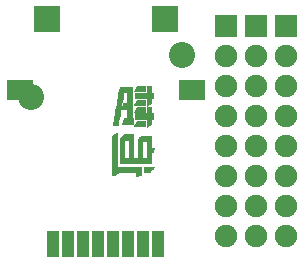
<source format=gbs>
G04*
G04 #@! TF.GenerationSoftware,Altium Limited,Altium Designer,22.2.1 (43)*
G04*
G04 Layer_Color=16711935*
%FSTAX25Y25*%
%MOIN*%
G70*
G04*
G04 #@! TF.SameCoordinates,04582349-F352-462C-AFDD-1AE5C237541B*
G04*
G04*
G04 #@! TF.FilePolarity,Negative*
G04*
G01*
G75*
%ADD31C,0.07493*%
%ADD32R,0.07493X0.07493*%
%ADD47C,0.00200*%
%ADD48R,0.08674X0.08674*%
%ADD49R,0.08674X0.06706*%
%ADD50C,0.08674*%
%ADD51R,0.04343X0.08674*%
D31*
X0095Y0029D02*
D03*
Y0039D02*
D03*
Y0049D02*
D03*
Y0059D02*
D03*
Y0069D02*
D03*
Y0019D02*
D03*
Y0009D02*
D03*
X0085Y0029D02*
D03*
Y0039D02*
D03*
Y0049D02*
D03*
Y0059D02*
D03*
Y0069D02*
D03*
Y0019D02*
D03*
Y0009D02*
D03*
X0075Y0029D02*
D03*
Y0039D02*
D03*
Y0049D02*
D03*
Y0059D02*
D03*
Y0069D02*
D03*
Y0019D02*
D03*
Y0009D02*
D03*
D32*
X0095Y0079D02*
D03*
X0085D02*
D03*
X0075D02*
D03*
D47*
X00512Y00384D02*
Y00386D01*
X0051Y0032D02*
Y00322D01*
Y0038D02*
Y00386D01*
X00508Y00318D02*
Y00322D01*
Y00376D02*
Y00386D01*
Y00482D02*
Y005D01*
Y0055D02*
Y00568D01*
X00506Y00316D02*
Y00322D01*
Y00372D02*
Y00386D01*
Y00482D02*
Y005D01*
Y0055D02*
Y00568D01*
X00504Y00314D02*
Y00322D01*
Y0037D02*
Y00386D01*
Y00482D02*
Y005D01*
Y0055D02*
Y00568D01*
X00502Y00312D02*
Y00322D01*
Y00334D02*
Y00426D01*
Y00482D02*
Y005D01*
Y0055D02*
Y00568D01*
X005Y0031D02*
Y00322D01*
Y00334D02*
Y00426D01*
Y00464D02*
Y00522D01*
Y00534D02*
Y00592D01*
X00498Y00308D02*
Y00322D01*
Y00334D02*
Y00426D01*
Y00462D02*
Y00522D01*
Y00532D02*
Y00592D01*
X00496Y00304D02*
Y00322D01*
Y00334D02*
Y00426D01*
Y00462D02*
Y00522D01*
Y0053D02*
Y00592D01*
X00494Y00304D02*
Y00322D01*
Y00334D02*
Y00426D01*
Y0046D02*
Y00522D01*
Y0053D02*
Y00592D01*
X00492Y00304D02*
Y00322D01*
Y00334D02*
Y00426D01*
Y0046D02*
Y00522D01*
Y00528D02*
Y00592D01*
X0049Y00304D02*
Y00322D01*
Y00334D02*
Y00426D01*
Y00458D02*
Y00522D01*
Y00528D02*
Y00592D01*
X00488Y00304D02*
Y00322D01*
Y00334D02*
Y00426D01*
Y00456D02*
Y00522D01*
Y00526D02*
Y00592D01*
X00486Y00304D02*
Y00322D01*
Y00334D02*
Y00352D01*
Y00408D02*
Y00426D01*
Y00456D02*
Y00522D01*
Y00524D02*
Y00592D01*
X00484Y00304D02*
Y00322D01*
Y00334D02*
Y00352D01*
Y00408D02*
Y00426D01*
Y00482D02*
Y005D01*
Y0055D02*
Y00568D01*
X00482Y00304D02*
Y00322D01*
Y00334D02*
Y00352D01*
Y00408D02*
Y00426D01*
Y00482D02*
Y005D01*
Y0055D02*
Y00568D01*
X0048Y00304D02*
Y00322D01*
Y00334D02*
Y00352D01*
Y00408D02*
Y00426D01*
Y00458D02*
Y00476D01*
Y00482D02*
Y005D01*
Y00504D02*
Y00522D01*
Y00528D02*
Y00546D01*
Y0055D02*
Y00568D01*
Y00574D02*
Y00592D01*
X00478Y00304D02*
Y00322D01*
Y00334D02*
Y00352D01*
Y00408D02*
Y00426D01*
Y00458D02*
Y00476D01*
Y00482D02*
Y005D01*
Y00504D02*
Y00522D01*
Y00528D02*
Y00546D01*
Y0055D02*
Y00568D01*
Y00574D02*
Y00592D01*
X00476Y00304D02*
Y00322D01*
Y00334D02*
Y00352D01*
Y00408D02*
Y00426D01*
Y00458D02*
Y00476D01*
Y00482D02*
Y005D01*
Y00504D02*
Y00522D01*
Y00528D02*
Y00546D01*
Y0055D02*
Y00568D01*
Y00574D02*
Y00592D01*
X00474Y00334D02*
Y00352D01*
Y00408D02*
Y00426D01*
Y00458D02*
Y00476D01*
Y00482D02*
Y005D01*
Y00504D02*
Y00522D01*
Y00528D02*
Y00546D01*
Y0055D02*
Y00568D01*
Y00574D02*
Y00592D01*
X00472Y00334D02*
Y00352D01*
Y00408D02*
Y00426D01*
Y00458D02*
Y00476D01*
Y00482D02*
Y005D01*
Y00504D02*
Y00522D01*
Y00528D02*
Y00546D01*
Y0055D02*
Y00568D01*
Y00574D02*
Y00592D01*
X0047Y00334D02*
Y00426D01*
Y00458D02*
Y00476D01*
Y00482D02*
Y005D01*
Y00504D02*
Y00522D01*
Y00528D02*
Y00546D01*
Y0055D02*
Y00568D01*
Y00574D02*
Y00592D01*
X00468Y00298D02*
Y00322D01*
Y00334D02*
Y00426D01*
Y00458D02*
Y00476D01*
Y00482D02*
Y005D01*
Y00504D02*
Y00522D01*
Y00528D02*
Y00546D01*
Y0055D02*
Y00568D01*
Y00574D02*
Y00592D01*
X00466Y00296D02*
Y00322D01*
Y00334D02*
Y00424D01*
Y00458D02*
Y00476D01*
Y00482D02*
Y005D01*
Y00504D02*
Y00522D01*
Y00528D02*
Y00546D01*
Y0055D02*
Y00568D01*
Y00574D02*
Y00592D01*
X00464Y00296D02*
Y00322D01*
Y00334D02*
Y00422D01*
Y00458D02*
Y00476D01*
Y00482D02*
Y005D01*
Y00504D02*
Y00522D01*
Y00528D02*
Y00546D01*
Y0055D02*
Y00568D01*
Y00574D02*
Y00592D01*
X00462Y00294D02*
Y00322D01*
Y00334D02*
Y0042D01*
Y00458D02*
Y00476D01*
Y00482D02*
Y005D01*
Y00504D02*
Y00522D01*
Y00528D02*
Y00546D01*
Y0055D02*
Y00568D01*
Y00574D02*
Y00592D01*
X0046Y00294D02*
Y00322D01*
Y00458D02*
Y00476D01*
Y00482D02*
Y005D01*
Y00504D02*
Y00522D01*
Y00528D02*
Y00546D01*
Y0055D02*
Y00568D01*
Y00574D02*
Y00592D01*
X00458Y00292D02*
Y00322D01*
Y00334D02*
Y00416D01*
Y00458D02*
Y00476D01*
Y00482D02*
Y005D01*
Y00504D02*
Y00522D01*
Y00528D02*
Y00546D01*
Y0055D02*
Y00568D01*
Y00574D02*
Y00592D01*
X00456Y0029D02*
Y00322D01*
Y00334D02*
Y00414D01*
Y00458D02*
Y00476D01*
Y00482D02*
Y005D01*
Y00504D02*
Y00522D01*
Y00528D02*
Y00546D01*
Y0055D02*
Y00568D01*
Y00574D02*
Y00592D01*
X00454Y0029D02*
Y00322D01*
Y00334D02*
Y00352D01*
Y00458D02*
Y00476D01*
Y00482D02*
Y005D01*
Y00504D02*
Y00522D01*
Y00528D02*
Y00544D01*
Y0055D02*
Y00568D01*
Y00574D02*
Y0059D01*
X00452Y0029D02*
Y00322D01*
Y00334D02*
Y00352D01*
Y00458D02*
Y00472D01*
Y00482D02*
Y005D01*
Y00504D02*
Y00518D01*
Y00528D02*
Y00542D01*
Y0055D02*
Y00568D01*
Y00574D02*
Y00588D01*
X0045Y00304D02*
Y00322D01*
Y00334D02*
Y00352D01*
Y00458D02*
Y0047D01*
Y00482D02*
Y005D01*
Y00504D02*
Y00516D01*
Y00528D02*
Y00538D01*
Y0055D02*
Y00568D01*
Y00574D02*
Y00584D01*
X00448Y00304D02*
Y00322D01*
Y00334D02*
Y00352D01*
Y00458D02*
Y00466D01*
Y00482D02*
Y005D01*
Y00504D02*
Y00512D01*
Y00528D02*
Y00536D01*
Y0055D02*
Y00568D01*
Y00574D02*
Y00582D01*
X00446Y00304D02*
Y00322D01*
Y00334D02*
Y00352D01*
Y00458D02*
Y00464D01*
Y00482D02*
Y005D01*
Y00504D02*
Y0051D01*
Y00528D02*
Y00532D01*
Y0055D02*
Y00568D01*
Y00574D02*
Y00578D01*
X00444Y00304D02*
Y00322D01*
Y00334D02*
Y00352D01*
Y00458D02*
Y0046D01*
Y00504D02*
Y00506D01*
Y00528D02*
Y0053D01*
Y00574D02*
Y00576D01*
X00442Y00304D02*
Y00322D01*
Y00334D02*
Y0043D01*
Y00464D02*
Y00484D01*
X0044Y00304D02*
Y00322D01*
Y00334D02*
Y0043D01*
Y00464D02*
Y00484D01*
X00438Y00304D02*
Y00322D01*
Y00334D02*
Y0043D01*
Y00464D02*
Y00484D01*
X00436Y00304D02*
Y00322D01*
Y00334D02*
Y0043D01*
Y00464D02*
Y00588D01*
X00434Y00304D02*
Y00322D01*
Y00334D02*
Y0043D01*
Y00464D02*
Y00588D01*
X00432Y00304D02*
Y00322D01*
Y00334D02*
Y0043D01*
Y00464D02*
Y00588D01*
X0043Y00304D02*
Y00322D01*
Y00334D02*
Y0043D01*
Y00464D02*
Y00588D01*
X00428Y00304D02*
Y00322D01*
Y00334D02*
Y0043D01*
Y00464D02*
Y00588D01*
X00426Y00304D02*
Y00322D01*
Y00334D02*
Y00352D01*
Y00412D02*
Y0043D01*
Y00464D02*
Y00588D01*
X00424Y00304D02*
Y00322D01*
Y00334D02*
Y00352D01*
Y00412D02*
Y0043D01*
Y00464D02*
Y00588D01*
X00422Y00304D02*
Y00322D01*
Y00334D02*
Y00352D01*
Y00412D02*
Y0043D01*
Y00464D02*
Y00588D01*
X0042Y00304D02*
Y00322D01*
Y00334D02*
Y00352D01*
Y00412D02*
Y0043D01*
Y00464D02*
Y00484D01*
Y0057D02*
Y00588D01*
X00418Y00304D02*
Y00322D01*
Y00334D02*
Y00352D01*
Y00412D02*
Y0043D01*
Y00464D02*
Y00484D01*
Y00514D02*
Y00534D01*
Y0057D02*
Y00588D01*
X00416Y00304D02*
Y00322D01*
Y00334D02*
Y00352D01*
Y00412D02*
Y0043D01*
Y00464D02*
Y00484D01*
Y00514D02*
Y00534D01*
Y0057D02*
Y00588D01*
X00414Y00304D02*
Y00322D01*
Y00334D02*
Y00352D01*
Y00412D02*
Y0043D01*
Y00464D02*
Y00484D01*
Y00514D02*
Y00534D01*
Y0057D02*
Y00588D01*
X00412Y00304D02*
Y00322D01*
Y00334D02*
Y00352D01*
Y00412D02*
Y0043D01*
Y00464D02*
Y00484D01*
Y00514D02*
Y00534D01*
Y0057D02*
Y00588D01*
X0041Y00304D02*
Y00322D01*
Y00334D02*
Y0043D01*
Y00464D02*
Y00484D01*
Y00514D02*
Y00534D01*
Y0057D02*
Y00588D01*
X00408Y00304D02*
Y00322D01*
Y00334D02*
Y00428D01*
Y00464D02*
Y00478D01*
Y00514D02*
Y00534D01*
Y0056D02*
Y00588D01*
X00406Y00304D02*
Y00322D01*
Y00334D02*
Y00426D01*
Y00464D02*
Y00474D01*
Y00514D02*
Y00534D01*
Y00548D02*
Y00588D01*
X00404Y00304D02*
Y00322D01*
Y00334D02*
Y00424D01*
Y00464D02*
Y00468D01*
Y00514D02*
Y00524D01*
Y00538D02*
Y00588D01*
X00402Y00304D02*
Y00322D01*
Y00334D02*
Y00422D01*
Y00526D02*
Y00588D01*
X004Y00304D02*
Y00322D01*
Y00334D02*
Y0042D01*
Y00514D02*
Y00588D01*
X00398Y00304D02*
Y00322D01*
Y00334D02*
Y00418D01*
Y00504D02*
Y00588D01*
X00396Y00304D02*
Y00322D01*
Y00334D02*
Y00416D01*
Y00492D02*
Y00588D01*
X00394Y00304D02*
Y00322D01*
Y00482D02*
Y0058D01*
X00392Y00304D02*
Y00322D01*
Y0047D02*
Y0057D01*
X0039Y00302D02*
Y00322D01*
Y00462D02*
Y00558D01*
X00388Y00302D02*
Y00322D01*
Y00462D02*
Y00548D01*
X00386Y003D02*
Y00436D01*
Y00462D02*
Y00536D01*
X00384Y00298D02*
Y00434D01*
Y00462D02*
Y00526D01*
X00382Y00298D02*
Y00432D01*
Y00462D02*
Y00514D01*
X0038Y00296D02*
Y00432D01*
Y00462D02*
Y00504D01*
X00378Y00296D02*
Y0043D01*
Y00462D02*
Y00492D01*
X00376Y00294D02*
Y00428D01*
Y00462D02*
Y00482D01*
X00374Y00294D02*
Y00428D01*
Y00462D02*
Y0047D01*
X00372Y00294D02*
Y00426D01*
X0046Y00334D02*
Y00418D01*
D48*
X0054746Y008145D02*
D03*
X0015376D02*
D03*
D49*
X0063543Y0057708D02*
D03*
X0006457D02*
D03*
D50*
X0010165Y0055478D02*
D03*
X0060402Y0069573D02*
D03*
D51*
X0052531Y000655D02*
D03*
X0047532D02*
D03*
X0037532D02*
D03*
X0022532D02*
D03*
X0042531D02*
D03*
X0032531D02*
D03*
X0027531D02*
D03*
X0017531D02*
D03*
M02*

</source>
